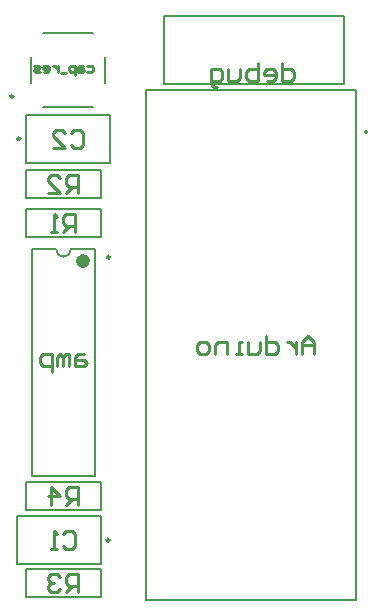
<source format=gto>
G04*
G04 #@! TF.GenerationSoftware,Altium Limited,Altium Designer,21.9.1 (22)*
G04*
G04 Layer_Color=65535*
%FSLAX25Y25*%
%MOIN*%
G70*
G04*
G04 #@! TF.SameCoordinates,04C95DCE-10AD-4B50-8E95-557A3389731F*
G04*
G04*
G04 #@! TF.FilePolarity,Positive*
G04*
G01*
G75*
%ADD10C,0.00984*%
%ADD11C,0.00787*%
%ADD12C,0.02362*%
%ADD13C,0.00500*%
%ADD14C,0.01000*%
D10*
X131650Y257155D02*
G03*
X131650Y257155I492J0D01*
G01*
X129327Y271240D02*
G03*
X129327Y271240I492J0D01*
G01*
X161508Y217618D02*
G03*
X161508Y217618I492J0D01*
G01*
X161366Y123345D02*
G03*
X161366Y123345I492J0D01*
G01*
D11*
X144500Y220295D02*
G03*
X149500Y220295I2500J0D01*
G01*
X247492Y259366D02*
G03*
X247492Y259366I394J0D01*
G01*
X240500Y275500D02*
X180500D01*
X240500D02*
Y298020D01*
X180500Y275500D02*
Y298020D01*
X240500D02*
X180500D01*
X162449Y248988D02*
Y265012D01*
X134457Y248988D02*
Y265012D01*
X162449D02*
X134457D01*
X162449Y248988D02*
X134457D01*
X136118Y275650D02*
Y284350D01*
X156787Y292382D02*
X140213D01*
X160882Y275650D02*
Y284350D01*
X156787Y267618D02*
X140213D01*
X157433Y144705D02*
Y220295D01*
X136567Y144705D02*
Y220295D01*
X157433D02*
X149500D01*
X144500D02*
X136567D01*
X157433Y144705D02*
X136567D01*
X159402Y133276D02*
Y142724D01*
X134598D01*
X159402Y133276D02*
X134598D01*
Y142724D01*
X159402Y104276D02*
Y113724D01*
X134598D01*
X159402Y104276D02*
X134598D01*
Y113724D01*
X159402Y224276D02*
Y233724D01*
X134598D01*
X159402Y224276D02*
X134598D01*
Y233724D01*
X159543Y131512D02*
X131551D01*
X159543Y115488D02*
X131551D01*
X159543D02*
Y131512D01*
X131551Y115488D02*
Y131512D01*
X159402Y237276D02*
Y246724D01*
X134598D01*
X159402Y237276D02*
X134598D01*
Y246724D01*
D12*
X152315Y216358D02*
G03*
X152315Y216358I1181J0D01*
G01*
D13*
X244500Y273500D02*
X174500D01*
Y103500D02*
Y273500D01*
X244500Y103500D02*
X174500D01*
X244500D02*
Y273500D01*
D14*
X219997Y282499D02*
Y276501D01*
X222996D01*
X223995Y277500D01*
Y279500D01*
X222996Y280499D01*
X219997D01*
X214998Y276501D02*
X216998D01*
X217997Y277500D01*
Y279500D01*
X216998Y280499D01*
X214998D01*
X213999Y279500D01*
Y278500D01*
X217997D01*
X211999Y282499D02*
Y276501D01*
X209000D01*
X208001Y277500D01*
Y278500D01*
Y279500D01*
X209000Y280499D01*
X211999D01*
X206001D02*
Y277500D01*
X205002Y276501D01*
X202003D01*
Y280499D01*
X198004Y274501D02*
X197004D01*
X196004Y275501D01*
Y280499D01*
X199004D01*
X200003Y279500D01*
Y277500D01*
X199004Y276501D01*
X196004D01*
X149500Y258999D02*
X150499Y259999D01*
X152499D01*
X153498Y258999D01*
Y255001D01*
X152499Y254001D01*
X150499D01*
X149500Y255001D01*
X143502Y254001D02*
X147500D01*
X143502Y258000D01*
Y258999D01*
X144501Y259999D01*
X146501D01*
X147500Y258999D01*
X155001Y281499D02*
X156500D01*
X157000Y280999D01*
Y280000D01*
X156500Y279500D01*
X155001D01*
X153501Y281499D02*
X152501D01*
X152002Y280999D01*
Y279500D01*
X153501D01*
X154001Y280000D01*
X153501Y280500D01*
X152002D01*
X151002Y278500D02*
Y281499D01*
X149502D01*
X149003Y280999D01*
Y280000D01*
X149502Y279500D01*
X151002D01*
X148003Y279000D02*
X146004D01*
X145004Y281499D02*
Y279500D01*
Y280500D01*
X144504Y280999D01*
X144004Y281499D01*
X143504D01*
X140505Y279500D02*
X141505D01*
X142005Y280000D01*
Y280999D01*
X141505Y281499D01*
X140505D01*
X140006Y280999D01*
Y280500D01*
X142005D01*
X139006Y279500D02*
X137506D01*
X137006Y280000D01*
X137506Y280500D01*
X138506D01*
X139006Y280999D01*
X138506Y281499D01*
X137006D01*
X154000Y185499D02*
X152001D01*
X151001Y184499D01*
Y181500D01*
X154000D01*
X155000Y182500D01*
X154000Y183499D01*
X151001D01*
X149002Y181500D02*
Y185499D01*
X148002D01*
X147003Y184499D01*
Y181500D01*
Y184499D01*
X146003Y185499D01*
X145003Y184499D01*
Y181500D01*
X143004Y179501D02*
Y185499D01*
X140005D01*
X139005Y184499D01*
Y182500D01*
X140005Y181500D01*
X143004D01*
X152000Y135000D02*
Y140998D01*
X149001D01*
X148001Y139998D01*
Y137999D01*
X149001Y136999D01*
X152000D01*
X150001D02*
X148001Y135000D01*
X143003D02*
Y140998D01*
X146002Y137999D01*
X142003D01*
X152000Y106000D02*
Y111998D01*
X149001D01*
X148001Y110998D01*
Y108999D01*
X149001Y107999D01*
X152000D01*
X150001D02*
X148001Y106000D01*
X146002Y110998D02*
X145002Y111998D01*
X143003D01*
X142003Y110998D01*
Y109999D01*
X143003Y108999D01*
X144003D01*
X143003D01*
X142003Y107999D01*
Y107000D01*
X143003Y106000D01*
X145002D01*
X146002Y107000D01*
X152000Y239000D02*
Y244998D01*
X149001D01*
X148001Y243998D01*
Y241999D01*
X149001Y240999D01*
X152000D01*
X150001D02*
X148001Y239000D01*
X142003D02*
X146002D01*
X142003Y242999D01*
Y243998D01*
X143003Y244998D01*
X145002D01*
X146002Y243998D01*
X151000Y226000D02*
Y231998D01*
X148001D01*
X147001Y230998D01*
Y228999D01*
X148001Y227999D01*
X151000D01*
X149001D02*
X147001Y226000D01*
X145002D02*
X143003D01*
X144002D01*
Y231998D01*
X145002Y230998D01*
X146901Y125498D02*
X147901Y126498D01*
X149900D01*
X150900Y125498D01*
Y121500D01*
X149900Y120500D01*
X147901D01*
X146901Y121500D01*
X144902Y120500D02*
X142903D01*
X143902D01*
Y126498D01*
X144902Y125498D01*
X230500Y185500D02*
Y189499D01*
X228501Y191498D01*
X226501Y189499D01*
Y185500D01*
Y188499D01*
X230500D01*
X224502Y189499D02*
Y185500D01*
Y187499D01*
X223502Y188499D01*
X222503Y189499D01*
X221503D01*
X214505Y191498D02*
Y185500D01*
X217504D01*
X218504Y186500D01*
Y188499D01*
X217504Y189499D01*
X214505D01*
X212506D02*
Y186500D01*
X211506Y185500D01*
X208507D01*
Y189499D01*
X206508Y185500D02*
X204508D01*
X205508D01*
Y189499D01*
X206508D01*
X201509Y185500D02*
Y189499D01*
X198510D01*
X197511Y188499D01*
Y185500D01*
X194512D02*
X192512D01*
X191513Y186500D01*
Y188499D01*
X192512Y189499D01*
X194512D01*
X195511Y188499D01*
Y186500D01*
X194512Y185500D01*
M02*

</source>
